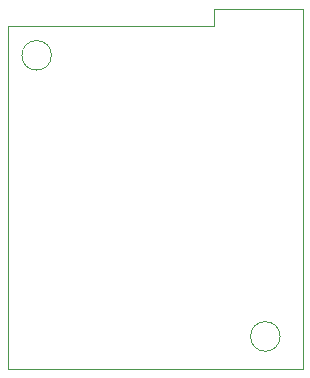
<source format=gbr>
G04 #@! TF.GenerationSoftware,KiCad,Pcbnew,(5.0.2)-1*
G04 #@! TF.CreationDate,2019-06-13T12:32:46-04:00*
G04 #@! TF.ProjectId,BlueNRG-SPBTLE-1S ACM,426c7565-4e52-4472-9d53-5042544c452d,rev?*
G04 #@! TF.SameCoordinates,Original*
G04 #@! TF.FileFunction,Profile,NP*
%FSLAX46Y46*%
G04 Gerber Fmt 4.6, Leading zero omitted, Abs format (unit mm)*
G04 Created by KiCad (PCBNEW (5.0.2)-1) date 6/13/2019 12:32:46 PM*
%MOMM*%
%LPD*%
G01*
G04 APERTURE LIST*
%ADD10C,0.025400*%
G04 APERTURE END LIST*
D10*
X161072000Y-94258000D02*
G75*
G03X161072000Y-94258000I-1250000J0D01*
G01*
X141712000Y-70458000D02*
G75*
G03X141712000Y-70458000I-1250000J0D01*
G01*
X155500000Y-66500000D02*
X155500000Y-68000000D01*
X138000000Y-68000000D02*
X155500000Y-68000000D01*
X155500000Y-66500000D02*
X163000000Y-66500000D01*
X138000000Y-97000000D02*
X138000000Y-68000000D01*
X163000000Y-97000000D02*
X138000000Y-97000000D01*
X163000000Y-66500000D02*
X163000000Y-97000000D01*
M02*

</source>
